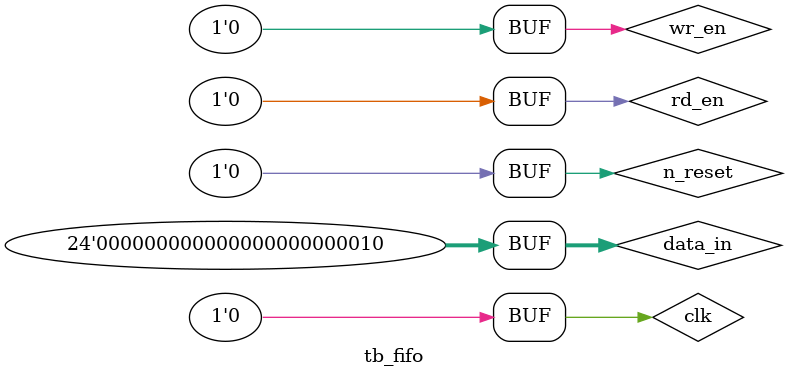
<source format=v>
`timescale 1ns / 1ps


module tb_fifo;

	// Inputs
	reg [23:0] data_in;
	reg wr_en;
	reg rd_en;
	reg n_reset;
	reg clk;

	// Outputs
	wire [23:0] data_out;
	wire [4:0] data_count;
	wire empty;
	wire full;
	wire almst_empty;
	wire almst_full;
	wire err;

	// Instantiate the Unit Under Test (UUT)
	FIFO_v uut (
		.data_out(data_out), 
		.data_count(data_count), 
		.empty(empty), 
		.full(full), 
		.almst_empty(almst_empty), 
		.almst_full(almst_full), 
		.err(err), 
		.data_in(data_in), 
		.wr_en(wr_en), 
		.rd_en(rd_en), 
		.n_reset(n_reset), 
		.clk(clk)
	);

	initial begin
		// Initialize Inputs
		data_in = 0;
		wr_en = 0;
		rd_en = 0;
		n_reset = 0;
		clk = 0;

		// Wait 100 ns for global reset to finish
		#100;
        
		// Add stimulus here
		#15;
		n_reset = 1;
		#5;
		clk = 1;
		#5;
		clk = 0;
		n_reset = 0;
		#15;
		data_in = 10;
		wr_en = 1;
		#5;
		clk = 1;
		#5;
		clk = 0;		
		#15;
		wr_en = 0;
		#5;
		clk = 1;
		#5;
		clk = 0;
		#15;
		data_in = 5;
		wr_en = 1;
		#5;
		clk = 1;
		#5;
		clk = 0;
		#15;
		wr_en = 0;
		#15;
		data_in = 2;
		wr_en = 1;
		#5;
		clk = 1;
		#5;
		clk = 0;
		#15;
		wr_en = 0;
		#5;
		clk = 1;
		#5;
		clk = 0;
		#15;
		rd_en = 1;
		#5;
		clk = 1;
		#5;
		clk = 0;
		#15;
		rd_en = 0;
		#5;
		clk = 1;
		#5;
		clk = 0;
		#15;
		rd_en = 1;
		#5;
		clk = 1;
		#5;
		clk = 0;
		#15;
		rd_en = 0;
		#5;
		clk = 1;
		#5;
		clk = 0;
		#15;
		rd_en = 1;
		#5;
		clk = 1;
		#5;
		clk = 0;
		#15;
		rd_en = 0;
		#5;
		clk = 1;
		#5;
		clk = 0;
		clk = 0;
		
	end
	

	
	initial begin
		$monitor("data_out = %d, data_count = %d, empty = %d", data_out, data_count,empty);
	end 
      
endmodule


</source>
